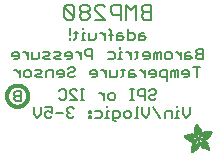
<source format=gbr>
G04 EAGLE Gerber RS-274X export*
G75*
%MOMM*%
%FSLAX34Y34*%
%LPD*%
%INSilkscreen Bottom*%
%IPPOS*%
%AMOC8*
5,1,8,0,0,1.08239X$1,22.5*%
G01*
%ADD10C,0.127000*%
%ADD11C,0.177800*%
%ADD12R,0.034300X0.003800*%
%ADD13R,0.057200X0.003800*%
%ADD14R,0.076200X0.003800*%
%ADD15R,0.091400X0.003800*%
%ADD16R,0.102900X0.003800*%
%ADD17R,0.114300X0.003900*%
%ADD18R,0.129500X0.003800*%
%ADD19R,0.137200X0.003800*%
%ADD20R,0.144800X0.003800*%
%ADD21R,0.152400X0.003800*%
%ADD22R,0.160000X0.003800*%
%ADD23R,0.171500X0.003800*%
%ADD24R,0.175300X0.003800*%
%ADD25R,0.182900X0.003800*%
%ADD26R,0.190500X0.003800*%
%ADD27R,0.194300X0.003900*%
%ADD28R,0.201900X0.003800*%
%ADD29R,0.209500X0.003800*%
%ADD30R,0.213400X0.003800*%
%ADD31R,0.221000X0.003800*%
%ADD32R,0.224800X0.003800*%
%ADD33R,0.232400X0.003800*%
%ADD34R,0.240000X0.003800*%
%ADD35R,0.243800X0.003800*%
%ADD36R,0.247600X0.003800*%
%ADD37R,0.255300X0.003900*%
%ADD38R,0.259100X0.003800*%
%ADD39R,0.262900X0.003800*%
%ADD40R,0.270500X0.003800*%
%ADD41R,0.274300X0.003800*%
%ADD42R,0.281900X0.003800*%
%ADD43R,0.285700X0.003800*%
%ADD44R,0.289500X0.003800*%
%ADD45R,0.297200X0.003800*%
%ADD46R,0.301000X0.003800*%
%ADD47R,0.304800X0.003900*%
%ADD48R,0.312400X0.003800*%
%ADD49R,0.316200X0.003800*%
%ADD50R,0.320000X0.003800*%
%ADD51R,0.327600X0.003800*%
%ADD52R,0.331500X0.003800*%
%ADD53R,0.339100X0.003800*%
%ADD54R,0.342900X0.003800*%
%ADD55R,0.346700X0.003800*%
%ADD56R,0.354300X0.003800*%
%ADD57R,0.358100X0.003900*%
%ADD58R,0.361900X0.003800*%
%ADD59R,0.369600X0.003800*%
%ADD60R,0.373400X0.003800*%
%ADD61R,0.377200X0.003800*%
%ADD62R,0.384800X0.003800*%
%ADD63R,0.388600X0.003800*%
%ADD64R,0.396200X0.003800*%
%ADD65R,0.400000X0.003800*%
%ADD66R,0.403800X0.003800*%
%ADD67R,0.411500X0.003900*%
%ADD68R,0.415300X0.003800*%
%ADD69R,0.419100X0.003800*%
%ADD70R,0.045700X0.003800*%
%ADD71R,0.426700X0.003800*%
%ADD72R,0.072400X0.003800*%
%ADD73R,0.430500X0.003800*%
%ADD74R,0.095300X0.003800*%
%ADD75R,0.438100X0.003800*%
%ADD76R,0.110500X0.003800*%
%ADD77R,0.441900X0.003800*%
%ADD78R,0.445800X0.003800*%
%ADD79R,0.144700X0.003800*%
%ADD80R,0.453400X0.003800*%
%ADD81R,0.457200X0.003800*%
%ADD82R,0.175300X0.003900*%
%ADD83R,0.461000X0.003900*%
%ADD84R,0.468600X0.003800*%
%ADD85R,0.205800X0.003800*%
%ADD86R,0.472400X0.003800*%
%ADD87R,0.217200X0.003800*%
%ADD88R,0.476200X0.003800*%
%ADD89R,0.483900X0.003800*%
%ADD90R,0.247700X0.003800*%
%ADD91R,0.487700X0.003800*%
%ADD92R,0.495300X0.003800*%
%ADD93R,0.499100X0.003800*%
%ADD94R,0.502900X0.003800*%
%ADD95R,0.510500X0.003800*%
%ADD96R,0.308600X0.003900*%
%ADD97R,0.514300X0.003900*%
%ADD98R,0.323800X0.003800*%
%ADD99R,0.518100X0.003800*%
%ADD100R,0.335300X0.003800*%
%ADD101R,0.525800X0.003800*%
%ADD102R,0.529600X0.003800*%
%ADD103R,0.358100X0.003800*%
%ADD104R,0.533400X0.003800*%
%ADD105R,0.537200X0.003800*%
%ADD106R,0.381000X0.003800*%
%ADD107R,0.544800X0.003800*%
%ADD108R,0.392400X0.003800*%
%ADD109R,0.548600X0.003800*%
%ADD110R,0.552400X0.003800*%
%ADD111R,0.556200X0.003800*%
%ADD112R,0.422900X0.003900*%
%ADD113R,0.560100X0.003900*%
%ADD114R,0.434300X0.003800*%
%ADD115R,0.563900X0.003800*%
%ADD116R,0.567700X0.003800*%
%ADD117R,0.461000X0.003800*%
%ADD118R,0.571500X0.003800*%
%ADD119R,0.575300X0.003800*%
%ADD120R,0.480100X0.003800*%
%ADD121R,0.579100X0.003800*%
%ADD122R,0.491500X0.003800*%
%ADD123R,0.582900X0.003800*%
%ADD124R,0.586700X0.003800*%
%ADD125R,0.510600X0.003800*%
%ADD126R,0.590500X0.003800*%
%ADD127R,0.522000X0.003800*%
%ADD128R,0.594300X0.003800*%
%ADD129R,0.533400X0.003900*%
%ADD130R,0.598200X0.003900*%
%ADD131R,0.541000X0.003800*%
%ADD132R,0.602000X0.003800*%
%ADD133R,0.552500X0.003800*%
%ADD134R,0.605800X0.003800*%
%ADD135R,0.560100X0.003800*%
%ADD136R,0.609600X0.003800*%
%ADD137R,0.613400X0.003800*%
%ADD138R,0.583000X0.003800*%
%ADD139R,0.617200X0.003800*%
%ADD140R,0.594400X0.003800*%
%ADD141R,0.621000X0.003800*%
%ADD142R,0.598200X0.003800*%
%ADD143R,0.624800X0.003800*%
%ADD144R,0.613500X0.003900*%
%ADD145R,0.628600X0.003900*%
%ADD146R,0.632400X0.003800*%
%ADD147R,0.628600X0.003800*%
%ADD148R,0.636300X0.003800*%
%ADD149R,0.640100X0.003800*%
%ADD150R,0.636200X0.003800*%
%ADD151R,0.643900X0.003800*%
%ADD152R,0.647700X0.003800*%
%ADD153R,0.651500X0.003800*%
%ADD154R,0.659100X0.003800*%
%ADD155R,0.659100X0.003900*%
%ADD156R,0.655300X0.003900*%
%ADD157R,0.662900X0.003800*%
%ADD158R,0.655300X0.003800*%
%ADD159R,0.670500X0.003800*%
%ADD160R,0.670600X0.003800*%
%ADD161R,0.674400X0.003800*%
%ADD162R,0.682000X0.003800*%
%ADD163R,0.666700X0.003800*%
%ADD164R,0.685800X0.003800*%
%ADD165R,0.689600X0.003800*%
%ADD166R,0.693400X0.003900*%
%ADD167R,0.674400X0.003900*%
%ADD168R,0.697200X0.003800*%
%ADD169R,0.678200X0.003800*%
%ADD170R,0.697300X0.003800*%
%ADD171R,0.701100X0.003800*%
%ADD172R,0.704900X0.003800*%
%ADD173R,0.708700X0.003800*%
%ADD174R,0.712500X0.003800*%
%ADD175R,0.716300X0.003800*%
%ADD176R,0.720100X0.003900*%
%ADD177R,0.689600X0.003900*%
%ADD178R,0.720000X0.003800*%
%ADD179R,0.693400X0.003800*%
%ADD180R,0.723900X0.003800*%
%ADD181R,0.727700X0.003800*%
%ADD182R,0.731500X0.003800*%
%ADD183R,0.701000X0.003800*%
%ADD184R,0.735300X0.003800*%
%ADD185R,0.731500X0.003900*%
%ADD186R,0.701000X0.003900*%
%ADD187R,0.704800X0.003800*%
%ADD188R,0.739100X0.003800*%
%ADD189R,0.743000X0.003800*%
%ADD190R,0.739200X0.003800*%
%ADD191R,0.743000X0.003900*%
%ADD192R,0.704800X0.003900*%
%ADD193R,0.746800X0.003800*%
%ADD194R,0.746800X0.003900*%
%ADD195R,0.742900X0.003800*%
%ADD196R,0.746700X0.003800*%
%ADD197R,0.746700X0.003900*%
%ADD198R,1.428800X0.003800*%
%ADD199R,1.424900X0.003800*%
%ADD200R,1.421100X0.003900*%
%ADD201R,1.421100X0.003800*%
%ADD202R,1.417300X0.003800*%
%ADD203R,1.413500X0.003800*%
%ADD204R,1.409700X0.003800*%
%ADD205R,1.405900X0.003800*%
%ADD206R,1.402100X0.003800*%
%ADD207R,1.398300X0.003800*%
%ADD208R,0.983000X0.003900*%
%ADD209R,0.384800X0.003900*%
%ADD210R,0.971600X0.003800*%
%ADD211R,0.963900X0.003800*%
%ADD212R,0.956300X0.003800*%
%ADD213R,0.365800X0.003800*%
%ADD214R,0.952500X0.003800*%
%ADD215R,0.941000X0.003800*%
%ADD216R,0.358200X0.003800*%
%ADD217R,0.937200X0.003800*%
%ADD218R,0.933400X0.003800*%
%ADD219R,0.354400X0.003800*%
%ADD220R,0.925800X0.003800*%
%ADD221R,0.350500X0.003800*%
%ADD222R,0.922000X0.003800*%
%ADD223R,0.918200X0.003900*%
%ADD224R,0.346700X0.003900*%
%ADD225R,0.910600X0.003800*%
%ADD226R,0.906800X0.003800*%
%ADD227R,0.903000X0.003800*%
%ADD228R,0.339000X0.003800*%
%ADD229R,0.895300X0.003800*%
%ADD230R,0.335200X0.003800*%
%ADD231R,0.887700X0.003800*%
%ADD232R,0.883900X0.003800*%
%ADD233R,0.331400X0.003800*%
%ADD234R,0.880100X0.003800*%
%ADD235R,0.876300X0.003800*%
%ADD236R,0.468600X0.003900*%
%ADD237R,0.396200X0.003900*%
%ADD238R,0.323800X0.003900*%
%ADD239R,0.449600X0.003800*%
%ADD240R,0.323900X0.003800*%
%ADD241R,0.442000X0.003800*%
%ADD242R,0.434400X0.003800*%
%ADD243R,0.320100X0.003800*%
%ADD244R,0.316300X0.003800*%
%ADD245R,0.426800X0.003800*%
%ADD246R,0.327700X0.003800*%
%ADD247R,0.312500X0.003800*%
%ADD248R,0.422900X0.003800*%
%ADD249R,0.308600X0.003800*%
%ADD250R,0.293400X0.003800*%
%ADD251R,0.304800X0.003800*%
%ADD252R,0.419100X0.003900*%
%ADD253R,0.285700X0.003900*%
%ADD254R,0.301000X0.003900*%
%ADD255R,0.411500X0.003800*%
%ADD256R,0.407700X0.003800*%
%ADD257R,0.289600X0.003800*%
%ADD258R,0.285800X0.003800*%
%ADD259R,0.403900X0.003800*%
%ADD260R,0.228600X0.003800*%
%ADD261R,0.403900X0.003900*%
%ADD262R,0.221000X0.003900*%
%ADD263R,0.278100X0.003900*%
%ADD264R,0.400100X0.003800*%
%ADD265R,0.209600X0.003800*%
%ADD266R,0.266700X0.003800*%
%ADD267R,0.038100X0.003800*%
%ADD268R,0.194300X0.003800*%
%ADD269R,0.148600X0.003800*%
%ADD270R,0.259000X0.003800*%
%ADD271R,0.182800X0.003800*%
%ADD272R,0.186700X0.003800*%
%ADD273R,0.251400X0.003800*%
%ADD274R,0.179100X0.003800*%
%ADD275R,0.236200X0.003800*%
%ADD276R,0.243900X0.003900*%
%ADD277R,0.282000X0.003900*%
%ADD278R,0.167700X0.003800*%
%ADD279R,0.236300X0.003800*%
%ADD280R,0.396300X0.003800*%
%ADD281R,0.163900X0.003800*%
%ADD282R,0.392500X0.003800*%
%ADD283R,0.160100X0.003800*%
%ADD284R,0.586800X0.003800*%
%ADD285R,0.148500X0.003800*%
%ADD286R,0.140900X0.003800*%
%ADD287R,0.392400X0.003900*%
%ADD288R,0.140900X0.003900*%
%ADD289R,0.647700X0.003900*%
%ADD290R,0.133300X0.003800*%
%ADD291R,0.674300X0.003800*%
%ADD292R,0.388700X0.003800*%
%ADD293R,0.125700X0.003800*%
%ADD294R,0.121900X0.003800*%
%ADD295R,0.720100X0.003800*%
%ADD296R,0.118100X0.003800*%
%ADD297R,0.118100X0.003900*%
%ADD298R,0.739100X0.003900*%
%ADD299R,0.114300X0.003800*%
%ADD300R,0.754400X0.003800*%
%ADD301R,0.765800X0.003800*%
%ADD302R,0.773400X0.003800*%
%ADD303R,0.784800X0.003800*%
%ADD304R,0.118200X0.003800*%
%ADD305R,0.792500X0.003800*%
%ADD306R,0.803900X0.003800*%
%ADD307R,0.122000X0.003800*%
%ADD308R,0.815400X0.003800*%
%ADD309R,0.125800X0.003800*%
%ADD310R,0.826800X0.003800*%
%ADD311R,0.369500X0.003900*%
%ADD312R,0.133400X0.003900*%
%ADD313R,0.842000X0.003900*%
%ADD314R,0.365700X0.003800*%
%ADD315R,1.009700X0.003800*%
%ADD316R,1.013500X0.003800*%
%ADD317R,0.362000X0.003800*%
%ADD318R,1.024900X0.003800*%
%ADD319R,1.028700X0.003800*%
%ADD320R,1.036300X0.003800*%
%ADD321R,1.047800X0.003800*%
%ADD322R,1.055400X0.003800*%
%ADD323R,1.070600X0.003800*%
%ADD324R,0.030500X0.003800*%
%ADD325R,1.436400X0.003800*%
%ADD326R,1.562100X0.003900*%
%ADD327R,1.588700X0.003800*%
%ADD328R,1.607800X0.003800*%
%ADD329R,1.626900X0.003800*%
%ADD330R,1.642100X0.003800*%
%ADD331R,1.657400X0.003800*%
%ADD332R,1.676400X0.003800*%
%ADD333R,1.687800X0.003800*%
%ADD334R,1.703000X0.003800*%
%ADD335R,1.714500X0.003800*%
%ADD336R,1.726000X0.003900*%
%ADD337R,1.741200X0.003800*%
%ADD338R,0.914400X0.003800*%
%ADD339R,0.769600X0.003800*%
%ADD340R,0.884000X0.003800*%
%ADD341R,0.712400X0.003800*%
%ADD342R,0.880100X0.003900*%
%ADD343R,0.887800X0.003800*%
%ADD344R,0.891600X0.003800*%
%ADD345R,0.895400X0.003800*%
%ADD346R,0.251500X0.003800*%
%ADD347R,0.579200X0.003900*%
%ADD348R,0.243900X0.003800*%
%ADD349R,0.556300X0.003800*%
%ADD350R,0.255200X0.003800*%
%ADD351R,0.529500X0.003800*%
%ADD352R,0.731600X0.003800*%
%ADD353R,0.525800X0.003900*%
%ADD354R,0.281900X0.003900*%
%ADD355R,0.735400X0.003900*%
%ADD356R,0.300900X0.003800*%
%ADD357R,0.762000X0.003800*%
%ADD358R,0.518200X0.003800*%
%ADD359R,0.350600X0.003800*%
%ADD360R,0.796300X0.003800*%
%ADD361R,0.807800X0.003800*%
%ADD362R,0.506700X0.003800*%
%ADD363R,0.849600X0.003800*%
%ADD364R,0.506700X0.003900*%
%ADD365R,1.371600X0.003900*%
%ADD366R,1.207800X0.003800*%
%ADD367R,0.503000X0.003800*%
%ADD368R,0.141000X0.003800*%
%ADD369R,1.203900X0.003800*%
%ADD370R,1.204000X0.003800*%
%ADD371R,1.200200X0.003800*%
%ADD372R,0.499100X0.003900*%
%ADD373R,0.156200X0.003900*%
%ADD374R,1.196400X0.003900*%
%ADD375R,1.196400X0.003800*%
%ADD376R,0.163800X0.003800*%
%ADD377R,0.167600X0.003800*%
%ADD378R,1.192500X0.003800*%
%ADD379R,0.499200X0.003800*%
%ADD380R,1.188700X0.003800*%
%ADD381R,0.506800X0.003800*%
%ADD382R,1.184900X0.003800*%
%ADD383R,0.510600X0.003900*%
%ADD384R,0.209600X0.003900*%
%ADD385R,1.181100X0.003900*%
%ADD386R,0.514400X0.003800*%
%ADD387R,1.181100X0.003800*%
%ADD388R,1.177300X0.003800*%
%ADD389R,0.240100X0.003800*%
%ADD390R,1.173500X0.003800*%
%ADD391R,1.169700X0.003800*%
%ADD392R,1.165900X0.003800*%
%ADD393R,1.162100X0.003800*%
%ADD394R,0.929700X0.003900*%
%ADD395R,1.162100X0.003900*%
%ADD396R,0.929700X0.003800*%
%ADD397R,1.154500X0.003800*%
%ADD398R,0.933500X0.003800*%
%ADD399R,1.150600X0.003800*%
%ADD400R,0.937300X0.003800*%
%ADD401R,1.146800X0.003800*%
%ADD402R,0.941100X0.003800*%
%ADD403R,1.139200X0.003800*%
%ADD404R,0.944900X0.003800*%
%ADD405R,1.135400X0.003800*%
%ADD406R,0.948700X0.003800*%
%ADD407R,1.127800X0.003800*%
%ADD408R,1.124000X0.003800*%
%ADD409R,1.116400X0.003800*%
%ADD410R,0.956300X0.003900*%
%ADD411R,1.104900X0.003900*%
%ADD412R,0.960100X0.003800*%
%ADD413R,1.093500X0.003800*%
%ADD414R,1.085900X0.003800*%
%ADD415R,0.967800X0.003800*%
%ADD416R,1.074500X0.003800*%
%ADD417R,1.063000X0.003800*%
%ADD418R,0.975400X0.003800*%
%ADD419R,1.036400X0.003800*%
%ADD420R,0.979200X0.003800*%
%ADD421R,1.021000X0.003800*%
%ADD422R,0.983000X0.003800*%
%ADD423R,1.009600X0.003800*%
%ADD424R,0.986800X0.003800*%
%ADD425R,0.998200X0.003800*%
%ADD426R,0.990600X0.003900*%
%ADD427R,0.986700X0.003900*%
%ADD428R,0.994400X0.003800*%
%ADD429R,0.975300X0.003800*%
%ADD430R,0.948600X0.003800*%
%ADD431R,1.002000X0.003800*%
%ADD432R,0.213300X0.003800*%
%ADD433R,0.217100X0.003800*%
%ADD434R,1.017300X0.003800*%
%ADD435R,0.666800X0.003800*%
%ADD436R,0.220900X0.003800*%
%ADD437R,1.028700X0.003900*%
%ADD438R,0.224700X0.003900*%
%ADD439R,1.032500X0.003800*%
%ADD440R,1.040100X0.003800*%
%ADD441R,1.043900X0.003800*%
%ADD442R,0.548700X0.003800*%
%ADD443R,1.051500X0.003800*%
%ADD444R,1.055300X0.003800*%
%ADD445R,1.059100X0.003800*%
%ADD446R,1.062900X0.003800*%
%ADD447R,0.255300X0.003800*%
%ADD448R,1.066800X0.003900*%
%ADD449R,0.259100X0.003900*%
%ADD450R,0.457200X0.003900*%
%ADD451R,0.423000X0.003800*%
%ADD452R,1.082100X0.003800*%
%ADD453R,0.274400X0.003800*%
%ADD454R,0.278200X0.003800*%
%ADD455R,1.101100X0.003800*%
%ADD456R,0.278100X0.003800*%
%ADD457R,0.876300X0.003900*%
%ADD458R,0.236200X0.003900*%
%ADD459R,0.289600X0.003900*%
%ADD460R,0.247700X0.003900*%
%ADD461R,0.049500X0.003800*%
%ADD462R,0.640100X0.003900*%
%ADD463R,0.659200X0.003800*%
%ADD464R,0.663000X0.003800*%
%ADD465R,0.872500X0.003900*%
%ADD466R,0.666800X0.003900*%
%ADD467R,0.872500X0.003800*%
%ADD468R,0.868700X0.003800*%
%ADD469R,0.864900X0.003800*%
%ADD470R,0.861100X0.003800*%
%ADD471R,0.857300X0.003800*%
%ADD472R,0.853400X0.003800*%
%ADD473R,0.845800X0.003800*%
%ADD474R,0.682000X0.003900*%
%ADD475R,0.842000X0.003800*%
%ADD476R,0.834400X0.003800*%
%ADD477R,0.823000X0.003800*%
%ADD478R,0.815300X0.003800*%
%ADD479R,0.811500X0.003800*%
%ADD480R,0.788700X0.003800*%
%ADD481R,0.777300X0.003900*%
%ADD482R,0.750600X0.003800*%
%ADD483R,0.735400X0.003800*%
%ADD484R,0.727800X0.003800*%
%ADD485R,0.628700X0.003800*%
%ADD486R,0.575400X0.003800*%
%ADD487R,0.670600X0.003900*%
%ADD488R,0.655400X0.003800*%
%ADD489R,0.651500X0.003900*%
%ADD490R,0.624800X0.003900*%
%ADD491R,0.594400X0.003900*%
%ADD492R,0.563900X0.003900*%
%ADD493R,0.541100X0.003800*%
%ADD494R,0.537300X0.003800*%
%ADD495R,0.525700X0.003800*%
%ADD496R,0.525700X0.003900*%
%ADD497R,0.514300X0.003800*%
%ADD498R,0.480100X0.003900*%
%ADD499R,0.464800X0.003800*%
%ADD500R,0.442000X0.003900*%
%ADD501R,0.438200X0.003800*%
%ADD502R,0.430600X0.003800*%
%ADD503R,0.407600X0.003800*%
%ADD504R,0.403800X0.003900*%
%ADD505R,0.365700X0.003900*%
%ADD506R,0.327700X0.003900*%
%ADD507R,0.243800X0.003900*%
%ADD508R,0.205800X0.003900*%
%ADD509R,0.198100X0.003800*%
%ADD510R,0.163800X0.003900*%
%ADD511R,0.137100X0.003800*%
%ADD512R,0.091500X0.003900*%
%ADD513R,0.060900X0.003800*%
%ADD514C,0.304800*%
%ADD515C,0.203200*%


D10*
X169633Y139065D02*
X169633Y147963D01*
X165184Y147963D01*
X163701Y146480D01*
X163701Y144997D01*
X165184Y143514D01*
X163701Y142031D01*
X163701Y140548D01*
X165184Y139065D01*
X169633Y139065D01*
X169633Y143514D02*
X165184Y143514D01*
X158794Y144997D02*
X155829Y144997D01*
X154346Y143514D01*
X154346Y139065D01*
X158794Y139065D01*
X160277Y140548D01*
X158794Y142031D01*
X154346Y142031D01*
X150922Y139065D02*
X150922Y144997D01*
X150922Y142031D02*
X147956Y144997D01*
X146473Y144997D01*
X141643Y139065D02*
X138677Y139065D01*
X137195Y140548D01*
X137195Y143514D01*
X138677Y144997D01*
X141643Y144997D01*
X143126Y143514D01*
X143126Y140548D01*
X141643Y139065D01*
X133771Y139065D02*
X133771Y144997D01*
X132288Y144997D01*
X130805Y143514D01*
X130805Y139065D01*
X130805Y143514D02*
X129322Y144997D01*
X127839Y143514D01*
X127839Y139065D01*
X122933Y139065D02*
X119967Y139065D01*
X122933Y139065D02*
X124416Y140548D01*
X124416Y143514D01*
X122933Y144997D01*
X119967Y144997D01*
X118484Y143514D01*
X118484Y142031D01*
X124416Y142031D01*
X113578Y140548D02*
X113578Y146480D01*
X113578Y140548D02*
X112095Y139065D01*
X112095Y144997D02*
X115061Y144997D01*
X108824Y144997D02*
X108824Y139065D01*
X108824Y142031D02*
X105858Y144997D01*
X104375Y144997D01*
X101028Y144997D02*
X99545Y144997D01*
X99545Y139065D01*
X101028Y139065D02*
X98062Y139065D01*
X99545Y147963D02*
X99545Y149446D01*
X93308Y144997D02*
X88859Y144997D01*
X93308Y144997D02*
X94791Y143514D01*
X94791Y140548D01*
X93308Y139065D01*
X88859Y139065D01*
X76081Y139065D02*
X76081Y147963D01*
X71632Y147963D01*
X70149Y146480D01*
X70149Y143514D01*
X71632Y142031D01*
X76081Y142031D01*
X66726Y139065D02*
X66726Y144997D01*
X66726Y142031D02*
X63760Y144997D01*
X62277Y144997D01*
X57447Y139065D02*
X54481Y139065D01*
X57447Y139065D02*
X58930Y140548D01*
X58930Y143514D01*
X57447Y144997D01*
X54481Y144997D01*
X52998Y143514D01*
X52998Y142031D01*
X58930Y142031D01*
X49574Y139065D02*
X45126Y139065D01*
X43643Y140548D01*
X45126Y142031D01*
X48092Y142031D01*
X49574Y143514D01*
X48092Y144997D01*
X43643Y144997D01*
X40219Y139065D02*
X35770Y139065D01*
X34288Y140548D01*
X35770Y142031D01*
X38736Y142031D01*
X40219Y143514D01*
X38736Y144997D01*
X34288Y144997D01*
X30864Y144997D02*
X30864Y140548D01*
X29381Y139065D01*
X24932Y139065D01*
X24932Y144997D01*
X21509Y144997D02*
X21509Y139065D01*
X21509Y142031D02*
X18543Y144997D01*
X17060Y144997D01*
X12230Y139065D02*
X9264Y139065D01*
X12230Y139065D02*
X13713Y140548D01*
X13713Y143514D01*
X12230Y144997D01*
X9264Y144997D01*
X7781Y143514D01*
X7781Y142031D01*
X13713Y142031D01*
X164328Y132723D02*
X164328Y123825D01*
X167294Y132723D02*
X161362Y132723D01*
X156456Y123825D02*
X153490Y123825D01*
X156456Y123825D02*
X157939Y125308D01*
X157939Y128274D01*
X156456Y129757D01*
X153490Y129757D01*
X152007Y128274D01*
X152007Y126791D01*
X157939Y126791D01*
X148583Y123825D02*
X148583Y129757D01*
X147100Y129757D01*
X145618Y128274D01*
X145618Y123825D01*
X145618Y128274D02*
X144135Y129757D01*
X142652Y128274D01*
X142652Y123825D01*
X139228Y120859D02*
X139228Y129757D01*
X134779Y129757D01*
X133296Y128274D01*
X133296Y125308D01*
X134779Y123825D01*
X139228Y123825D01*
X128390Y123825D02*
X125424Y123825D01*
X128390Y123825D02*
X129873Y125308D01*
X129873Y128274D01*
X128390Y129757D01*
X125424Y129757D01*
X123941Y128274D01*
X123941Y126791D01*
X129873Y126791D01*
X120518Y123825D02*
X120518Y129757D01*
X120518Y126791D02*
X117552Y129757D01*
X116069Y129757D01*
X111239Y129757D02*
X108273Y129757D01*
X106790Y128274D01*
X106790Y123825D01*
X111239Y123825D01*
X112722Y125308D01*
X111239Y126791D01*
X106790Y126791D01*
X101884Y125308D02*
X101884Y131240D01*
X101884Y125308D02*
X100401Y123825D01*
X100401Y129757D02*
X103367Y129757D01*
X97130Y129757D02*
X97130Y125308D01*
X95647Y123825D01*
X91198Y123825D01*
X91198Y129757D01*
X87775Y129757D02*
X87775Y123825D01*
X87775Y126791D02*
X84809Y129757D01*
X83326Y129757D01*
X78496Y123825D02*
X75530Y123825D01*
X78496Y123825D02*
X79979Y125308D01*
X79979Y128274D01*
X78496Y129757D01*
X75530Y129757D01*
X74047Y128274D01*
X74047Y126791D01*
X79979Y126791D01*
X56820Y132723D02*
X55337Y131240D01*
X56820Y132723D02*
X59785Y132723D01*
X61268Y131240D01*
X61268Y129757D01*
X59785Y128274D01*
X56820Y128274D01*
X55337Y126791D01*
X55337Y125308D01*
X56820Y123825D01*
X59785Y123825D01*
X61268Y125308D01*
X50430Y123825D02*
X47464Y123825D01*
X50430Y123825D02*
X51913Y125308D01*
X51913Y128274D01*
X50430Y129757D01*
X47464Y129757D01*
X45981Y128274D01*
X45981Y126791D01*
X51913Y126791D01*
X42558Y123825D02*
X42558Y129757D01*
X38109Y129757D01*
X36626Y128274D01*
X36626Y123825D01*
X33203Y123825D02*
X28754Y123825D01*
X27271Y125308D01*
X28754Y126791D01*
X31720Y126791D01*
X33203Y128274D01*
X31720Y129757D01*
X27271Y129757D01*
X22365Y123825D02*
X19399Y123825D01*
X17916Y125308D01*
X17916Y128274D01*
X19399Y129757D01*
X22365Y129757D01*
X23848Y128274D01*
X23848Y125308D01*
X22365Y123825D01*
X14492Y123825D02*
X14492Y129757D01*
X11527Y129757D02*
X14492Y126791D01*
X11527Y129757D02*
X10044Y129757D01*
X158630Y98433D02*
X158630Y92501D01*
X155664Y89535D01*
X152698Y92501D01*
X152698Y98433D01*
X149275Y95467D02*
X147792Y95467D01*
X147792Y89535D01*
X149275Y89535D02*
X146309Y89535D01*
X147792Y98433D02*
X147792Y99916D01*
X143038Y95467D02*
X143038Y89535D01*
X143038Y95467D02*
X138589Y95467D01*
X137106Y93984D01*
X137106Y89535D01*
X133683Y89535D02*
X127751Y98433D01*
X124328Y98433D02*
X124328Y92501D01*
X121362Y89535D01*
X118396Y92501D01*
X118396Y98433D01*
X114973Y98433D02*
X113490Y98433D01*
X113490Y89535D01*
X114973Y89535D02*
X112007Y89535D01*
X107253Y89535D02*
X104287Y89535D01*
X102804Y91018D01*
X102804Y93984D01*
X104287Y95467D01*
X107253Y95467D01*
X108736Y93984D01*
X108736Y91018D01*
X107253Y89535D01*
X96415Y86569D02*
X94932Y86569D01*
X93449Y88052D01*
X93449Y95467D01*
X97898Y95467D01*
X99381Y93984D01*
X99381Y91018D01*
X97898Y89535D01*
X93449Y89535D01*
X90025Y95467D02*
X88543Y95467D01*
X88543Y89535D01*
X90025Y89535D02*
X87060Y89535D01*
X88543Y98433D02*
X88543Y99916D01*
X82306Y95467D02*
X77857Y95467D01*
X82306Y95467D02*
X83789Y93984D01*
X83789Y91018D01*
X82306Y89535D01*
X77857Y89535D01*
X74434Y95467D02*
X72951Y95467D01*
X72951Y93984D01*
X74434Y93984D01*
X74434Y95467D01*
X74434Y91018D02*
X72951Y91018D01*
X72951Y89535D01*
X74434Y89535D01*
X74434Y91018D01*
X60401Y96950D02*
X58918Y98433D01*
X55952Y98433D01*
X54469Y96950D01*
X54469Y95467D01*
X55952Y93984D01*
X57435Y93984D01*
X55952Y93984D02*
X54469Y92501D01*
X54469Y91018D01*
X55952Y89535D01*
X58918Y89535D01*
X60401Y91018D01*
X51046Y93984D02*
X45114Y93984D01*
X41690Y98433D02*
X35759Y98433D01*
X41690Y98433D02*
X41690Y93984D01*
X38725Y95467D01*
X37242Y95467D01*
X35759Y93984D01*
X35759Y91018D01*
X37242Y89535D01*
X40207Y89535D01*
X41690Y91018D01*
X32335Y92501D02*
X32335Y98433D01*
X32335Y92501D02*
X29369Y89535D01*
X26403Y92501D01*
X26403Y98433D01*
X116836Y161507D02*
X119802Y161507D01*
X116836Y161507D02*
X115353Y160024D01*
X115353Y155575D01*
X119802Y155575D01*
X121285Y157058D01*
X119802Y158541D01*
X115353Y158541D01*
X105998Y155575D02*
X105998Y164473D01*
X105998Y155575D02*
X110447Y155575D01*
X111930Y157058D01*
X111930Y160024D01*
X110447Y161507D01*
X105998Y161507D01*
X101092Y161507D02*
X98126Y161507D01*
X96643Y160024D01*
X96643Y155575D01*
X101092Y155575D01*
X102575Y157058D01*
X101092Y158541D01*
X96643Y158541D01*
X91737Y155575D02*
X91737Y162990D01*
X90254Y164473D01*
X90254Y160024D02*
X93219Y160024D01*
X86983Y161507D02*
X86983Y155575D01*
X86983Y158541D02*
X84017Y161507D01*
X82534Y161507D01*
X79187Y161507D02*
X79187Y157058D01*
X77704Y155575D01*
X73255Y155575D01*
X73255Y161507D01*
X69832Y161507D02*
X68349Y161507D01*
X68349Y155575D01*
X69832Y155575D02*
X66866Y155575D01*
X68349Y164473D02*
X68349Y165956D01*
X62112Y162990D02*
X62112Y157058D01*
X60629Y155575D01*
X60629Y161507D02*
X63595Y161507D01*
X57358Y157058D02*
X57358Y155575D01*
X57358Y160024D02*
X57358Y165956D01*
X123941Y112190D02*
X125424Y113673D01*
X128390Y113673D01*
X129873Y112190D01*
X129873Y110707D01*
X128390Y109224D01*
X125424Y109224D01*
X123941Y107741D01*
X123941Y106258D01*
X125424Y104775D01*
X128390Y104775D01*
X129873Y106258D01*
X120518Y104775D02*
X120518Y113673D01*
X116069Y113673D01*
X114586Y112190D01*
X114586Y109224D01*
X116069Y107741D01*
X120518Y107741D01*
X111163Y104775D02*
X108197Y104775D01*
X109680Y104775D02*
X109680Y113673D01*
X111163Y113673D02*
X108197Y113673D01*
X94088Y104775D02*
X91122Y104775D01*
X89639Y106258D01*
X89639Y109224D01*
X91122Y110707D01*
X94088Y110707D01*
X95571Y109224D01*
X95571Y106258D01*
X94088Y104775D01*
X86215Y104775D02*
X86215Y110707D01*
X83250Y110707D02*
X86215Y107741D01*
X83250Y110707D02*
X81767Y110707D01*
X69064Y104775D02*
X66098Y104775D01*
X67581Y104775D02*
X67581Y113673D01*
X69064Y113673D02*
X66098Y113673D01*
X62828Y104775D02*
X56896Y104775D01*
X62828Y104775D02*
X56896Y110707D01*
X56896Y112190D01*
X58379Y113673D01*
X61345Y113673D01*
X62828Y112190D01*
X49024Y113673D02*
X47541Y112190D01*
X49024Y113673D02*
X51989Y113673D01*
X53472Y112190D01*
X53472Y106258D01*
X51989Y104775D01*
X49024Y104775D01*
X47541Y106258D01*
D11*
X126033Y172847D02*
X126033Y185304D01*
X119805Y185304D01*
X117728Y183228D01*
X117728Y181151D01*
X119805Y179075D01*
X117728Y176999D01*
X117728Y174923D01*
X119805Y172847D01*
X126033Y172847D01*
X126033Y179075D02*
X119805Y179075D01*
X112936Y172847D02*
X112936Y185304D01*
X108783Y181151D01*
X104631Y185304D01*
X104631Y172847D01*
X99838Y172847D02*
X99838Y185304D01*
X93610Y185304D01*
X91534Y183228D01*
X91534Y179075D01*
X93610Y176999D01*
X99838Y176999D01*
X86741Y172847D02*
X78437Y172847D01*
X86741Y172847D02*
X78437Y181151D01*
X78437Y183228D01*
X80513Y185304D01*
X84665Y185304D01*
X86741Y183228D01*
X73644Y183228D02*
X71568Y185304D01*
X67416Y185304D01*
X65339Y183228D01*
X65339Y181151D01*
X67416Y179075D01*
X65339Y176999D01*
X65339Y174923D01*
X67416Y172847D01*
X71568Y172847D01*
X73644Y174923D01*
X73644Y176999D01*
X71568Y179075D01*
X73644Y181151D01*
X73644Y183228D01*
X71568Y179075D02*
X67416Y179075D01*
X60547Y174923D02*
X60547Y183228D01*
X58470Y185304D01*
X54318Y185304D01*
X52242Y183228D01*
X52242Y174923D01*
X54318Y172847D01*
X58470Y172847D01*
X60547Y174923D01*
X52242Y183228D01*
D12*
X160732Y59690D03*
D13*
X160731Y59728D03*
D14*
X160750Y59766D03*
D15*
X160750Y59804D03*
D16*
X160732Y59842D03*
D17*
X160751Y59881D03*
D18*
X160751Y59919D03*
D19*
X160750Y59957D03*
D20*
X160750Y59995D03*
D21*
X160788Y60033D03*
D22*
X160788Y60071D03*
D23*
X160808Y60109D03*
D24*
X160827Y60147D03*
D25*
X160827Y60185D03*
D26*
X160865Y60223D03*
D27*
X160884Y60262D03*
D28*
X160884Y60300D03*
D29*
X160922Y60338D03*
D30*
X160941Y60376D03*
D31*
X160979Y60414D03*
D32*
X160998Y60452D03*
D33*
X160998Y60490D03*
D34*
X161036Y60528D03*
D35*
X161055Y60566D03*
D36*
X161074Y60604D03*
D37*
X161113Y60643D03*
D38*
X161132Y60681D03*
D39*
X161151Y60719D03*
D40*
X161189Y60757D03*
D41*
X161208Y60795D03*
D42*
X161246Y60833D03*
D43*
X161265Y60871D03*
D44*
X161284Y60909D03*
D45*
X161322Y60947D03*
D46*
X161341Y60985D03*
D47*
X161360Y61024D03*
D48*
X161398Y61062D03*
D49*
X161417Y61100D03*
D50*
X161436Y61138D03*
D51*
X161474Y61176D03*
D52*
X161494Y61214D03*
D53*
X161532Y61252D03*
D54*
X161551Y61290D03*
D55*
X161570Y61328D03*
D56*
X161608Y61366D03*
D57*
X161627Y61405D03*
D58*
X161646Y61443D03*
D59*
X161684Y61481D03*
D60*
X161703Y61519D03*
D61*
X161722Y61557D03*
D62*
X161760Y61595D03*
D63*
X161779Y61633D03*
D64*
X161817Y61671D03*
D65*
X161836Y61709D03*
D66*
X161855Y61747D03*
D67*
X161894Y61786D03*
D68*
X161913Y61824D03*
D69*
X161932Y61862D03*
D70*
X174695Y61900D03*
D71*
X161970Y61900D03*
D72*
X174676Y61938D03*
D73*
X161989Y61938D03*
D74*
X174638Y61976D03*
D75*
X162027Y61976D03*
D76*
X174600Y62014D03*
D77*
X162046Y62014D03*
D18*
X174581Y62052D03*
D78*
X162065Y62052D03*
D79*
X174543Y62090D03*
D80*
X162103Y62090D03*
D22*
X174504Y62128D03*
D81*
X162122Y62128D03*
D82*
X174467Y62167D03*
D83*
X162141Y62167D03*
D26*
X174429Y62205D03*
D84*
X162179Y62205D03*
D85*
X174390Y62243D03*
D86*
X162198Y62243D03*
D87*
X174333Y62281D03*
D88*
X162217Y62281D03*
D33*
X174295Y62319D03*
D89*
X162256Y62319D03*
D90*
X174257Y62357D03*
D91*
X162275Y62357D03*
D38*
X174200Y62395D03*
D92*
X162313Y62395D03*
D41*
X174162Y62433D03*
D93*
X162332Y62433D03*
D43*
X174105Y62471D03*
D94*
X162351Y62471D03*
D45*
X174047Y62509D03*
D95*
X162389Y62509D03*
D96*
X173990Y62548D03*
D97*
X162408Y62548D03*
D98*
X173952Y62586D03*
D99*
X162427Y62586D03*
D100*
X173895Y62624D03*
D101*
X162465Y62624D03*
D55*
X173838Y62662D03*
D102*
X162484Y62662D03*
D103*
X173781Y62700D03*
D104*
X162503Y62700D03*
D59*
X173723Y62738D03*
D105*
X162522Y62738D03*
D106*
X173666Y62776D03*
D107*
X162560Y62776D03*
D108*
X173609Y62814D03*
D109*
X162579Y62814D03*
D66*
X173552Y62852D03*
D110*
X162598Y62852D03*
D68*
X173495Y62890D03*
D111*
X162617Y62890D03*
D112*
X173419Y62929D03*
D113*
X162637Y62929D03*
D114*
X173362Y62967D03*
D115*
X162656Y62967D03*
D78*
X173304Y63005D03*
D116*
X162675Y63005D03*
D117*
X173228Y63043D03*
D118*
X162694Y63043D03*
D86*
X173171Y63081D03*
D119*
X162713Y63081D03*
D120*
X173095Y63119D03*
D121*
X162732Y63119D03*
D122*
X173038Y63157D03*
D123*
X162751Y63157D03*
D94*
X172981Y63195D03*
D124*
X162770Y63195D03*
D125*
X172904Y63233D03*
D126*
X162789Y63233D03*
D127*
X172847Y63271D03*
D128*
X162808Y63271D03*
D129*
X172790Y63310D03*
D130*
X162827Y63310D03*
D131*
X172714Y63348D03*
D132*
X162846Y63348D03*
D133*
X172657Y63386D03*
D134*
X162865Y63386D03*
D135*
X172619Y63424D03*
D134*
X162865Y63424D03*
D118*
X172562Y63462D03*
D136*
X162884Y63462D03*
D119*
X172505Y63500D03*
D137*
X162903Y63500D03*
D138*
X172466Y63538D03*
D139*
X162922Y63538D03*
D140*
X172409Y63576D03*
D141*
X162941Y63576D03*
D142*
X172352Y63614D03*
D141*
X162941Y63614D03*
D134*
X172314Y63652D03*
D143*
X162960Y63652D03*
D144*
X172276Y63691D03*
D145*
X162979Y63691D03*
D137*
X172237Y63729D03*
D146*
X162998Y63729D03*
D141*
X172199Y63767D03*
D146*
X162998Y63767D03*
D147*
X172161Y63805D03*
D148*
X163018Y63805D03*
D146*
X172104Y63843D03*
D149*
X163037Y63843D03*
D150*
X172085Y63881D03*
D151*
X163056Y63881D03*
X172047Y63919D03*
X163056Y63919D03*
D152*
X171990Y63957D03*
X163075Y63957D03*
D153*
X171971Y63995D03*
X163094Y63995D03*
D154*
X171933Y64033D03*
D153*
X163094Y64033D03*
D155*
X171895Y64072D03*
D156*
X163113Y64072D03*
D157*
X171876Y64110D03*
D158*
X163113Y64110D03*
D159*
X171838Y64148D03*
D154*
X163132Y64148D03*
D160*
X171799Y64186D03*
D157*
X163151Y64186D03*
D161*
X171780Y64224D03*
D157*
X163151Y64224D03*
D162*
X171742Y64262D03*
D163*
X163170Y64262D03*
D162*
X171704Y64300D03*
D163*
X163170Y64300D03*
D164*
X171685Y64338D03*
D159*
X163189Y64338D03*
D165*
X171666Y64376D03*
D159*
X163189Y64376D03*
D165*
X171628Y64414D03*
D161*
X163208Y64414D03*
D166*
X171609Y64453D03*
D167*
X163208Y64453D03*
D168*
X171590Y64491D03*
D169*
X163227Y64491D03*
D170*
X171552Y64529D03*
D169*
X163227Y64529D03*
D171*
X171533Y64567D03*
D169*
X163227Y64567D03*
D172*
X171514Y64605D03*
D162*
X163246Y64605D03*
D172*
X171476Y64643D03*
D162*
X163246Y64643D03*
D173*
X171457Y64681D03*
D164*
X163265Y64681D03*
D174*
X171438Y64719D03*
D164*
X163265Y64719D03*
D174*
X171400Y64757D03*
D164*
X163265Y64757D03*
D175*
X171381Y64795D03*
D165*
X163284Y64795D03*
D176*
X171362Y64834D03*
D177*
X163284Y64834D03*
D178*
X171323Y64872D03*
D179*
X163303Y64872D03*
D180*
X171304Y64910D03*
D179*
X163303Y64910D03*
D180*
X171304Y64948D03*
D179*
X163303Y64948D03*
D180*
X171266Y64986D03*
D179*
X163303Y64986D03*
D181*
X171247Y65024D03*
D168*
X163322Y65024D03*
D182*
X171228Y65062D03*
D168*
X163322Y65062D03*
D181*
X171209Y65100D03*
D168*
X163322Y65100D03*
D182*
X171190Y65138D03*
D183*
X163341Y65138D03*
D184*
X171171Y65176D03*
D183*
X163341Y65176D03*
D185*
X171152Y65215D03*
D186*
X163341Y65215D03*
D184*
X171133Y65253D03*
D183*
X163341Y65253D03*
D184*
X171133Y65291D03*
D187*
X163360Y65291D03*
D184*
X171095Y65329D03*
D183*
X163379Y65329D03*
D188*
X171076Y65367D03*
D183*
X163379Y65367D03*
D188*
X171076Y65405D03*
D183*
X163379Y65405D03*
D188*
X171038Y65443D03*
D183*
X163379Y65443D03*
D188*
X171038Y65481D03*
D183*
X163379Y65481D03*
D189*
X171018Y65519D03*
D187*
X163398Y65519D03*
D190*
X170999Y65557D03*
D187*
X163398Y65557D03*
D191*
X170980Y65596D03*
D192*
X163398Y65596D03*
D189*
X170980Y65634D03*
D187*
X163398Y65634D03*
D189*
X170942Y65672D03*
D187*
X163398Y65672D03*
D189*
X170942Y65710D03*
D187*
X163398Y65710D03*
D189*
X170942Y65748D03*
D187*
X163398Y65748D03*
D189*
X170904Y65786D03*
D183*
X163417Y65786D03*
D189*
X170904Y65824D03*
D183*
X163417Y65824D03*
D193*
X170885Y65862D03*
D183*
X163417Y65862D03*
D189*
X170866Y65900D03*
D183*
X163417Y65900D03*
D189*
X170866Y65938D03*
D183*
X163417Y65938D03*
D194*
X170847Y65977D03*
D186*
X163417Y65977D03*
D195*
X170828Y66015D03*
D183*
X163417Y66015D03*
D195*
X170828Y66053D03*
D168*
X163436Y66053D03*
D196*
X170809Y66091D03*
D168*
X163436Y66091D03*
D195*
X170790Y66129D03*
D168*
X163436Y66129D03*
D195*
X170790Y66167D03*
D168*
X163436Y66167D03*
D195*
X170790Y66205D03*
D168*
X163436Y66205D03*
D196*
X170771Y66243D03*
D179*
X163455Y66243D03*
D195*
X170752Y66281D03*
D179*
X163455Y66281D03*
D195*
X170752Y66319D03*
D179*
X163455Y66319D03*
D197*
X170733Y66358D03*
D166*
X163455Y66358D03*
D195*
X170714Y66396D03*
D165*
X163474Y66396D03*
D195*
X170714Y66434D03*
D165*
X163474Y66434D03*
D196*
X170695Y66472D03*
D165*
X163474Y66472D03*
D195*
X170676Y66510D03*
D165*
X163474Y66510D03*
D195*
X170676Y66548D03*
D164*
X163493Y66548D03*
D195*
X170676Y66586D03*
D164*
X163493Y66586D03*
D198*
X167208Y66624D03*
X167208Y66662D03*
D199*
X167228Y66700D03*
D200*
X167209Y66739D03*
D201*
X167209Y66777D03*
D202*
X167228Y66815D03*
D203*
X167209Y66853D03*
X167209Y66891D03*
D204*
X167228Y66929D03*
D205*
X167209Y66967D03*
X167209Y67005D03*
D206*
X167228Y67043D03*
D207*
X167209Y67081D03*
D208*
X169285Y67120D03*
D209*
X162179Y67120D03*
D210*
X169342Y67158D03*
D61*
X162141Y67158D03*
D211*
X169342Y67196D03*
D60*
X162122Y67196D03*
D212*
X169380Y67234D03*
D213*
X162122Y67234D03*
D214*
X169399Y67272D03*
D213*
X162122Y67272D03*
D215*
X169418Y67310D03*
D216*
X162122Y67310D03*
D217*
X169437Y67348D03*
D216*
X162122Y67348D03*
D218*
X169456Y67386D03*
D219*
X162141Y67386D03*
D220*
X169456Y67424D03*
D221*
X162122Y67424D03*
D222*
X169475Y67462D03*
D55*
X162141Y67462D03*
D223*
X169494Y67501D03*
D224*
X162141Y67501D03*
D225*
X169494Y67539D03*
D54*
X162160Y67539D03*
D226*
X169513Y67577D03*
D54*
X162160Y67577D03*
D227*
X169532Y67615D03*
D228*
X162179Y67615D03*
D229*
X169533Y67653D03*
D228*
X162179Y67653D03*
D229*
X169533Y67691D03*
D230*
X162198Y67691D03*
D231*
X169533Y67729D03*
D230*
X162198Y67729D03*
D232*
X169552Y67767D03*
D233*
X162217Y67767D03*
D234*
X169571Y67805D03*
D51*
X162236Y67805D03*
D235*
X169552Y67843D03*
D51*
X162236Y67843D03*
D236*
X171590Y67882D03*
D237*
X167189Y67882D03*
D238*
X162255Y67882D03*
D239*
X171647Y67920D03*
D59*
X167094Y67920D03*
D240*
X162294Y67920D03*
D241*
X171685Y67958D03*
D103*
X167037Y67958D03*
D240*
X162294Y67958D03*
D242*
X171685Y67996D03*
D55*
X167018Y67996D03*
D243*
X162313Y67996D03*
D242*
X171685Y68034D03*
D100*
X166999Y68034D03*
D244*
X162332Y68034D03*
D245*
X171685Y68072D03*
D246*
X166961Y68072D03*
D247*
X162351Y68072D03*
D245*
X171685Y68110D03*
D244*
X166942Y68110D03*
D247*
X162351Y68110D03*
D248*
X171666Y68148D03*
D249*
X166903Y68148D03*
D247*
X162389Y68148D03*
D248*
X171666Y68186D03*
D46*
X166903Y68186D03*
D249*
X162408Y68186D03*
D69*
X171647Y68224D03*
D250*
X166865Y68224D03*
D251*
X162427Y68224D03*
D252*
X171647Y68263D03*
D253*
X166866Y68263D03*
D254*
X162446Y68263D03*
D68*
X171628Y68301D03*
D41*
X166847Y68301D03*
D46*
X162484Y68301D03*
D68*
X171628Y68339D03*
D40*
X166828Y68339D03*
D45*
X162503Y68339D03*
D255*
X171609Y68377D03*
D39*
X166828Y68377D03*
D250*
X162522Y68377D03*
D255*
X171609Y68415D03*
D38*
X166809Y68415D03*
D250*
X162560Y68415D03*
D256*
X171590Y68453D03*
D36*
X166789Y68453D03*
D257*
X162579Y68453D03*
D256*
X171552Y68491D03*
D35*
X166770Y68491D03*
D258*
X162598Y68491D03*
D256*
X171552Y68529D03*
D34*
X166751Y68529D03*
D258*
X162636Y68529D03*
D259*
X171533Y68567D03*
D33*
X166751Y68567D03*
D42*
X162656Y68567D03*
D256*
X171514Y68605D03*
D260*
X166732Y68605D03*
D42*
X162694Y68605D03*
D261*
X171495Y68644D03*
D262*
X166732Y68644D03*
D263*
X162713Y68644D03*
D264*
X171476Y68682D03*
D87*
X166713Y68682D03*
D40*
X162751Y68682D03*
D259*
X171457Y68720D03*
D265*
X166713Y68720D03*
D40*
X162789Y68720D03*
D264*
X171438Y68758D03*
D85*
X166694Y68758D03*
D266*
X162808Y68758D03*
D267*
X160332Y68758D03*
D65*
X171399Y68796D03*
D28*
X166675Y68796D03*
D39*
X162865Y68796D03*
D76*
X160313Y68796D03*
D65*
X171399Y68834D03*
D268*
X166675Y68834D03*
D38*
X162884Y68834D03*
D269*
X160312Y68834D03*
D65*
X171361Y68872D03*
D26*
X166656Y68872D03*
D270*
X162922Y68872D03*
D271*
X160293Y68872D03*
D64*
X171342Y68910D03*
D272*
X166637Y68910D03*
D273*
X162960Y68910D03*
D30*
X160293Y68910D03*
D64*
X171304Y68948D03*
D274*
X166637Y68948D03*
D273*
X162998Y68948D03*
D275*
X160293Y68948D03*
D65*
X171285Y68986D03*
D274*
X166637Y68986D03*
D35*
X163036Y68986D03*
D270*
X160293Y68986D03*
D237*
X171266Y69025D03*
D82*
X166618Y69025D03*
D276*
X163075Y69025D03*
D277*
X160293Y69025D03*
D64*
X171228Y69063D03*
D278*
X166618Y69063D03*
D279*
X163113Y69063D03*
D46*
X160274Y69063D03*
D280*
X171190Y69101D03*
D281*
X166599Y69101D03*
D279*
X163151Y69101D03*
D50*
X160293Y69101D03*
D282*
X171171Y69139D03*
D283*
X166580Y69139D03*
D260*
X163189Y69139D03*
D54*
X160294Y69139D03*
D280*
X171152Y69177D03*
D283*
X166580Y69177D03*
D284*
X161436Y69177D03*
D280*
X171114Y69215D03*
D21*
X166580Y69215D03*
D142*
X161417Y69215D03*
D282*
X171095Y69253D03*
D285*
X166561Y69253D03*
D134*
X161379Y69253D03*
D108*
X171056Y69291D03*
D285*
X166561Y69291D03*
D141*
X161341Y69291D03*
D108*
X171018Y69329D03*
D79*
X166542Y69329D03*
D143*
X161322Y69329D03*
D108*
X170980Y69367D03*
D286*
X166523Y69367D03*
D148*
X161303Y69367D03*
D287*
X170942Y69406D03*
D288*
X166523Y69406D03*
D289*
X161284Y69406D03*
D63*
X170923Y69444D03*
D290*
X166523Y69444D03*
D158*
X161246Y69444D03*
D63*
X170885Y69482D03*
D290*
X166523Y69482D03*
D163*
X161227Y69482D03*
D63*
X170847Y69520D03*
D18*
X166504Y69520D03*
D291*
X161227Y69520D03*
D63*
X170809Y69558D03*
D18*
X166504Y69558D03*
D164*
X161207Y69558D03*
D292*
X170771Y69596D03*
D293*
X166485Y69596D03*
D179*
X161169Y69596D03*
D292*
X170733Y69634D03*
D293*
X166485Y69634D03*
D171*
X161170Y69634D03*
D63*
X170694Y69672D03*
D294*
X166466Y69672D03*
D174*
X161151Y69672D03*
D62*
X170637Y69710D03*
D294*
X166466Y69710D03*
D295*
X161151Y69710D03*
D62*
X170599Y69748D03*
D296*
X166447Y69748D03*
D181*
X161151Y69748D03*
D209*
X170561Y69787D03*
D297*
X166447Y69787D03*
D298*
X161132Y69787D03*
D62*
X170523Y69825D03*
D299*
X166428Y69825D03*
D193*
X161131Y69825D03*
D106*
X170466Y69863D03*
D296*
X166409Y69863D03*
D300*
X161131Y69863D03*
D106*
X170428Y69901D03*
D296*
X166409Y69901D03*
D301*
X161112Y69901D03*
D106*
X170351Y69939D03*
D296*
X166409Y69939D03*
D302*
X161112Y69939D03*
D106*
X170313Y69977D03*
D299*
X166390Y69977D03*
D303*
X161093Y69977D03*
D61*
X170256Y70015D03*
D304*
X166370Y70015D03*
D305*
X161094Y70015D03*
D60*
X170199Y70053D03*
D304*
X166370Y70053D03*
D306*
X161113Y70053D03*
D60*
X170123Y70091D03*
D307*
X166351Y70091D03*
D308*
X161093Y70091D03*
D60*
X170085Y70129D03*
D309*
X166332Y70129D03*
D310*
X161112Y70129D03*
D311*
X169990Y70168D03*
D312*
X166294Y70168D03*
D313*
X161112Y70168D03*
D314*
X169933Y70206D03*
D315*
X161913Y70206D03*
D213*
X169856Y70244D03*
D316*
X161894Y70244D03*
D317*
X169761Y70282D03*
D318*
X161875Y70282D03*
D103*
X169666Y70320D03*
D319*
X161856Y70320D03*
D56*
X169571Y70358D03*
D320*
X161856Y70358D03*
D221*
X169476Y70396D03*
D321*
X161836Y70396D03*
D55*
X169342Y70434D03*
D322*
X161836Y70434D03*
D55*
X169228Y70472D03*
D323*
X161836Y70472D03*
D324*
X171457Y70510D03*
D325*
X163627Y70510D03*
D326*
X164218Y70549D03*
D327*
X164275Y70587D03*
D328*
X164332Y70625D03*
D329*
X164351Y70663D03*
D330*
X164389Y70701D03*
D331*
X164427Y70739D03*
D332*
X164446Y70777D03*
D333*
X164465Y70815D03*
D334*
X164465Y70853D03*
D335*
X164485Y70891D03*
D336*
X164503Y70930D03*
D337*
X164503Y70968D03*
D338*
X168713Y71006D03*
D339*
X159607Y71006D03*
D229*
X168885Y71044D03*
D189*
X159436Y71044D03*
D232*
X168980Y71082D03*
D182*
X159303Y71082D03*
D340*
X169056Y71120D03*
D295*
X159208Y71120D03*
D232*
X169133Y71158D03*
D341*
X159093Y71158D03*
D234*
X169190Y71196D03*
D172*
X159017Y71196D03*
D234*
X169266Y71234D03*
D170*
X158941Y71234D03*
D234*
X169304Y71272D03*
D168*
X158864Y71272D03*
D342*
X169342Y71311D03*
D166*
X158807Y71311D03*
D343*
X169380Y71349D03*
D165*
X158712Y71349D03*
D343*
X169418Y71387D03*
D165*
X158674Y71387D03*
D344*
X169437Y71425D03*
D164*
X158617Y71425D03*
D345*
X169456Y71463D03*
D164*
X158540Y71463D03*
D227*
X169494Y71501D03*
D164*
X158502Y71501D03*
D226*
X169513Y71539D03*
D162*
X158445Y71539D03*
D225*
X169532Y71577D03*
D164*
X158388Y71577D03*
D136*
X171075Y71615D03*
D39*
X166294Y71615D03*
D164*
X158350Y71615D03*
D126*
X171209Y71653D03*
D346*
X166199Y71653D03*
D165*
X158293Y71653D03*
D347*
X171304Y71692D03*
D276*
X166161Y71692D03*
D177*
X158255Y71692D03*
D116*
X171400Y71730D03*
D348*
X166123Y71730D03*
D179*
X158236Y71730D03*
D115*
X171457Y71768D03*
D35*
X166084Y71768D03*
D170*
X158179Y71768D03*
D135*
X171552Y71806D03*
D36*
X166065Y71806D03*
D170*
X158141Y71806D03*
D349*
X171609Y71844D03*
D36*
X166027Y71844D03*
D172*
X158103Y71844D03*
D109*
X171685Y71882D03*
D273*
X166008Y71882D03*
D173*
X158084Y71882D03*
D131*
X171723Y71920D03*
D350*
X165989Y71920D03*
D174*
X158065Y71920D03*
D105*
X171780Y71958D03*
D39*
X165951Y71958D03*
D295*
X158027Y71958D03*
D104*
X171837Y71996D03*
D266*
X165932Y71996D03*
D180*
X158008Y71996D03*
D351*
X171895Y72034D03*
D41*
X165894Y72034D03*
D352*
X157969Y72034D03*
D353*
X171952Y72073D03*
D354*
X165856Y72073D03*
D355*
X157950Y72073D03*
D101*
X171990Y72111D03*
D44*
X165818Y72111D03*
D189*
X157950Y72111D03*
D127*
X172047Y72149D03*
D356*
X165799Y72149D03*
D300*
X157931Y72149D03*
D127*
X172085Y72187D03*
D249*
X165760Y72187D03*
D357*
X157931Y72187D03*
D358*
X172142Y72225D03*
D240*
X165723Y72225D03*
D339*
X157931Y72225D03*
D358*
X172180Y72263D03*
D100*
X165666Y72263D03*
D303*
X157931Y72263D03*
D95*
X172219Y72301D03*
D359*
X165627Y72301D03*
D360*
X157950Y72301D03*
D95*
X172257Y72339D03*
D59*
X165570Y72339D03*
D361*
X157969Y72339D03*
D362*
X172314Y72377D03*
D63*
X165475Y72377D03*
D310*
X157988Y72377D03*
D362*
X172352Y72415D03*
D68*
X165380Y72415D03*
D363*
X158064Y72415D03*
D364*
X172390Y72454D03*
D365*
X160636Y72454D03*
D94*
X172409Y72492D03*
D20*
X166808Y72492D03*
D366*
X159779Y72492D03*
D367*
X172447Y72530D03*
D368*
X166865Y72530D03*
D369*
X159722Y72530D03*
D367*
X172485Y72568D03*
D286*
X166904Y72568D03*
D369*
X159684Y72568D03*
D93*
X172505Y72606D03*
D286*
X166942Y72606D03*
D369*
X159646Y72606D03*
D93*
X172543Y72644D03*
D79*
X166961Y72644D03*
D370*
X159607Y72644D03*
D93*
X172581Y72682D03*
D20*
X166999Y72682D03*
D371*
X159588Y72682D03*
D93*
X172619Y72720D03*
D20*
X167037Y72720D03*
D371*
X159550Y72720D03*
D92*
X172638Y72758D03*
D269*
X167056Y72758D03*
D371*
X159512Y72758D03*
D92*
X172676Y72796D03*
D21*
X167113Y72796D03*
D371*
X159512Y72796D03*
D372*
X172695Y72835D03*
D373*
X167132Y72835D03*
D374*
X159493Y72835D03*
D93*
X172733Y72873D03*
D22*
X167151Y72873D03*
D375*
X159455Y72873D03*
D92*
X172752Y72911D03*
D376*
X167208Y72911D03*
D375*
X159455Y72911D03*
D93*
X172771Y72949D03*
D377*
X167227Y72949D03*
D378*
X159436Y72949D03*
D93*
X172809Y72987D03*
D24*
X167266Y72987D03*
D378*
X159436Y72987D03*
D367*
X172828Y73025D03*
D274*
X167285Y73025D03*
D378*
X159398Y73025D03*
D379*
X172847Y73063D03*
D25*
X167342Y73063D03*
D378*
X159398Y73063D03*
D367*
X172866Y73101D03*
D26*
X167380Y73101D03*
D380*
X159379Y73101D03*
D381*
X172885Y73139D03*
D268*
X167399Y73139D03*
D380*
X159379Y73139D03*
D381*
X172885Y73177D03*
D28*
X167437Y73177D03*
D382*
X159360Y73177D03*
D383*
X172904Y73216D03*
D384*
X167475Y73216D03*
D385*
X159379Y73216D03*
D386*
X172923Y73254D03*
D30*
X167532Y73254D03*
D387*
X159379Y73254D03*
D358*
X172942Y73292D03*
D31*
X167570Y73292D03*
D388*
X159360Y73292D03*
D358*
X172942Y73330D03*
D33*
X167627Y73330D03*
D388*
X159360Y73330D03*
D101*
X172942Y73368D03*
D389*
X167666Y73368D03*
D390*
X159341Y73368D03*
D102*
X172961Y73406D03*
D346*
X167723Y73406D03*
D390*
X159341Y73406D03*
D105*
X172961Y73444D03*
D39*
X167780Y73444D03*
D391*
X159360Y73444D03*
D131*
X172942Y73482D03*
D41*
X167837Y73482D03*
D392*
X159341Y73482D03*
D110*
X172923Y73520D03*
D257*
X167913Y73520D03*
D392*
X159341Y73520D03*
D118*
X172867Y73558D03*
D48*
X168027Y73558D03*
D393*
X159360Y73558D03*
D394*
X171114Y73597D03*
D395*
X159360Y73597D03*
D396*
X171114Y73635D03*
D397*
X159360Y73635D03*
D398*
X171133Y73673D03*
D399*
X159379Y73673D03*
D400*
X171152Y73711D03*
D399*
X159379Y73711D03*
D400*
X171152Y73749D03*
D401*
X159398Y73749D03*
D402*
X171171Y73787D03*
D403*
X159398Y73787D03*
D404*
X171190Y73825D03*
D405*
X159417Y73825D03*
D406*
X171209Y73863D03*
D407*
X159455Y73863D03*
D406*
X171209Y73901D03*
D408*
X159474Y73901D03*
D214*
X171228Y73939D03*
D409*
X159512Y73939D03*
D410*
X171247Y73978D03*
D411*
X159532Y73978D03*
D412*
X171266Y74016D03*
D413*
X159589Y74016D03*
D412*
X171266Y74054D03*
D414*
X159627Y74054D03*
D415*
X171266Y74092D03*
D416*
X159684Y74092D03*
D210*
X171285Y74130D03*
D417*
X159741Y74130D03*
D418*
X171304Y74168D03*
D321*
X159817Y74168D03*
D418*
X171304Y74206D03*
D419*
X159874Y74206D03*
D420*
X171323Y74244D03*
D421*
X159912Y74244D03*
D422*
X171342Y74282D03*
D423*
X159969Y74282D03*
D424*
X171361Y74320D03*
D425*
X160026Y74320D03*
D426*
X171342Y74359D03*
D427*
X160084Y74359D03*
D428*
X171361Y74397D03*
D429*
X160141Y74397D03*
D425*
X171380Y74435D03*
D211*
X160198Y74435D03*
D425*
X171380Y74473D03*
D430*
X160274Y74473D03*
D431*
X171399Y74511D03*
D217*
X160331Y74511D03*
D423*
X171399Y74549D03*
D29*
X163970Y74549D03*
D174*
X159322Y74549D03*
D316*
X171419Y74587D03*
D432*
X163951Y74587D03*
D170*
X159360Y74587D03*
D316*
X171419Y74625D03*
D433*
X163932Y74625D03*
D162*
X159398Y74625D03*
D434*
X171438Y74663D03*
D433*
X163932Y74663D03*
D435*
X159436Y74663D03*
D318*
X171438Y74701D03*
D436*
X163913Y74701D03*
D152*
X159455Y74701D03*
D437*
X171457Y74740D03*
D438*
X163894Y74740D03*
D145*
X159512Y74740D03*
D319*
X171457Y74778D03*
D260*
X163874Y74778D03*
D137*
X159550Y74778D03*
D439*
X171476Y74816D03*
D33*
X163855Y74816D03*
D142*
X159588Y74816D03*
D440*
X171476Y74854D03*
D33*
X163855Y74854D03*
D121*
X159608Y74854D03*
D441*
X171495Y74892D03*
D275*
X163836Y74892D03*
D115*
X159646Y74892D03*
D441*
X171495Y74930D03*
D34*
X163817Y74930D03*
D442*
X159684Y74930D03*
D443*
X171495Y74968D03*
D35*
X163798Y74968D03*
D351*
X159703Y74968D03*
D444*
X171514Y75006D03*
D35*
X163798Y75006D03*
D95*
X159760Y75006D03*
D445*
X171495Y75044D03*
D36*
X163779Y75044D03*
D122*
X159779Y75044D03*
D446*
X171514Y75082D03*
D447*
X163780Y75082D03*
D88*
X159817Y75082D03*
D448*
X171533Y75121D03*
D449*
X163761Y75121D03*
D450*
X159836Y75121D03*
D416*
X171533Y75159D03*
D38*
X163761Y75159D03*
D241*
X159874Y75159D03*
D416*
X171533Y75197D03*
D39*
X163742Y75197D03*
D451*
X159893Y75197D03*
D452*
X171533Y75235D03*
D266*
X163723Y75235D03*
D66*
X159912Y75235D03*
D414*
X171552Y75273D03*
D266*
X163723Y75273D03*
D62*
X159931Y75273D03*
D413*
X171552Y75311D03*
D453*
X163722Y75311D03*
D317*
X159969Y75311D03*
D413*
X171552Y75349D03*
D454*
X163703Y75349D03*
D54*
X159989Y75349D03*
D455*
X171552Y75387D03*
D454*
X163703Y75387D03*
D50*
X159988Y75387D03*
D235*
X172714Y75425D03*
D32*
X167170Y75425D03*
D258*
X163703Y75425D03*
D46*
X160007Y75425D03*
D235*
X172752Y75463D03*
D33*
X167170Y75463D03*
D258*
X163703Y75463D03*
D456*
X160008Y75463D03*
D457*
X172752Y75502D03*
D458*
X167151Y75502D03*
D459*
X163684Y75502D03*
D460*
X160008Y75502D03*
D235*
X172790Y75540D03*
D34*
X167170Y75540D03*
D250*
X163703Y75540D03*
D433*
X160046Y75540D03*
D235*
X172828Y75578D03*
D35*
X167151Y75578D03*
D45*
X163684Y75578D03*
D274*
X160046Y75578D03*
D235*
X172828Y75616D03*
D36*
X167132Y75616D03*
D46*
X163703Y75616D03*
D18*
X160065Y75616D03*
D235*
X172867Y75654D03*
D350*
X167132Y75654D03*
D251*
X163684Y75654D03*
D461*
X160084Y75654D03*
D235*
X172905Y75692D03*
D270*
X167113Y75692D03*
D249*
X163703Y75692D03*
D234*
X172924Y75730D03*
D39*
X167094Y75730D03*
D49*
X163703Y75730D03*
D235*
X172943Y75768D03*
D40*
X167094Y75768D03*
D50*
X163722Y75768D03*
D235*
X172981Y75806D03*
D456*
X167056Y75806D03*
D51*
X163722Y75806D03*
D234*
X173000Y75844D03*
D149*
X165285Y75844D03*
D342*
X173038Y75883D03*
D462*
X165285Y75883D03*
D235*
X173057Y75921D03*
D151*
X165266Y75921D03*
D235*
X173095Y75959D03*
D152*
X165285Y75959D03*
D234*
X173114Y75997D03*
D153*
X165266Y75997D03*
D235*
X173133Y76035D03*
D153*
X165266Y76035D03*
D235*
X173171Y76073D03*
D158*
X165285Y76073D03*
D235*
X173209Y76111D03*
D463*
X165265Y76111D03*
D235*
X173209Y76149D03*
D463*
X165265Y76149D03*
D235*
X173248Y76187D03*
D463*
X165265Y76187D03*
D235*
X173286Y76225D03*
D464*
X165284Y76225D03*
D465*
X173305Y76264D03*
D466*
X165265Y76264D03*
D467*
X173343Y76302D03*
D435*
X165265Y76302D03*
D468*
X173362Y76340D03*
D160*
X165284Y76340D03*
D468*
X173400Y76378D03*
D160*
X165284Y76378D03*
D469*
X173419Y76416D03*
D161*
X165265Y76416D03*
D470*
X173438Y76454D03*
D161*
X165265Y76454D03*
D470*
X173476Y76492D03*
D161*
X165265Y76492D03*
D471*
X173495Y76530D03*
D169*
X165284Y76530D03*
D472*
X173514Y76568D03*
D169*
X165284Y76568D03*
D473*
X173552Y76606D03*
D162*
X165265Y76606D03*
D313*
X173571Y76645D03*
D474*
X165265Y76645D03*
D475*
X173609Y76683D03*
D162*
X165265Y76683D03*
D476*
X173609Y76721D03*
D162*
X165265Y76721D03*
D310*
X173647Y76759D03*
D162*
X165265Y76759D03*
D477*
X173666Y76797D03*
D164*
X165284Y76797D03*
D478*
X173705Y76835D03*
D165*
X165265Y76835D03*
D479*
X173724Y76873D03*
D165*
X165265Y76873D03*
D306*
X173762Y76911D03*
D165*
X165265Y76911D03*
D305*
X173781Y76949D03*
D165*
X165265Y76949D03*
D480*
X173800Y76987D03*
D165*
X165265Y76987D03*
D481*
X173819Y77026D03*
D177*
X165265Y77026D03*
D339*
X173857Y77064D03*
D165*
X165265Y77064D03*
D357*
X173895Y77102D03*
D165*
X165265Y77102D03*
D482*
X173914Y77140D03*
D165*
X165265Y77140D03*
D483*
X173952Y77178D03*
D165*
X165265Y77178D03*
D484*
X173990Y77216D03*
D165*
X165265Y77216D03*
D341*
X174028Y77254D03*
D165*
X165265Y77254D03*
D168*
X174066Y77292D03*
D165*
X165265Y77292D03*
D164*
X174123Y77330D03*
D165*
X165265Y77330D03*
D159*
X174162Y77368D03*
D165*
X165265Y77368D03*
D289*
X174200Y77407D03*
D177*
X165265Y77407D03*
D485*
X174257Y77445D03*
D165*
X165265Y77445D03*
D134*
X174295Y77483D03*
D165*
X165265Y77483D03*
D486*
X174371Y77521D03*
D164*
X165246Y77521D03*
D105*
X174447Y77559D03*
D164*
X165246Y77559D03*
D356*
X175324Y77597D03*
D164*
X165246Y77597D03*
X165246Y77635D03*
X165246Y77673D03*
X165246Y77711D03*
X165246Y77749D03*
D474*
X165227Y77788D03*
D162*
X165227Y77826D03*
X165227Y77864D03*
X165227Y77902D03*
D169*
X165246Y77940D03*
D161*
X165227Y77978D03*
X165227Y78016D03*
X165227Y78054D03*
X165227Y78092D03*
D160*
X165208Y78130D03*
D487*
X165208Y78169D03*
D160*
X165208Y78207D03*
D435*
X165227Y78245D03*
D464*
X165208Y78283D03*
X165208Y78321D03*
X165208Y78359D03*
D463*
X165189Y78397D03*
D488*
X165208Y78435D03*
X165208Y78473D03*
D153*
X165189Y78511D03*
D489*
X165189Y78550D03*
D153*
X165189Y78588D03*
D151*
X165189Y78626D03*
X165189Y78664D03*
X165189Y78702D03*
D149*
X165170Y78740D03*
D150*
X165189Y78778D03*
D146*
X165170Y78816D03*
X165170Y78854D03*
X165170Y78892D03*
D490*
X165170Y78931D03*
D143*
X165170Y78969D03*
D141*
X165151Y79007D03*
D139*
X165170Y79045D03*
D137*
X165151Y79083D03*
X165151Y79121D03*
D134*
X165151Y79159D03*
X165151Y79197D03*
D132*
X165132Y79235D03*
D142*
X165151Y79273D03*
D491*
X165132Y79312D03*
D140*
X165132Y79350D03*
D124*
X165132Y79388D03*
X165132Y79426D03*
D123*
X165113Y79464D03*
X165113Y79502D03*
D119*
X165113Y79540D03*
D118*
X165094Y79578D03*
X165094Y79616D03*
D115*
X165094Y79654D03*
D492*
X165094Y79693D03*
D135*
X165075Y79731D03*
D133*
X165075Y79769D03*
X165075Y79807D03*
D442*
X165056Y79845D03*
D493*
X165056Y79883D03*
X165056Y79921D03*
D494*
X165037Y79959D03*
D351*
X165037Y79997D03*
D495*
X165018Y80035D03*
D496*
X165018Y80074D03*
D99*
X165018Y80112D03*
D497*
X164999Y80150D03*
D95*
X164980Y80188D03*
D362*
X164999Y80226D03*
D94*
X164980Y80264D03*
D93*
X164961Y80302D03*
D92*
X164980Y80340D03*
D122*
X164961Y80378D03*
D91*
X164942Y80416D03*
D498*
X164942Y80455D03*
D120*
X164942Y80493D03*
D88*
X164922Y80531D03*
D86*
X164903Y80569D03*
D84*
X164922Y80607D03*
D499*
X164903Y80645D03*
D117*
X164884Y80683D03*
D80*
X164884Y80721D03*
X164884Y80759D03*
D239*
X164865Y80797D03*
D500*
X164865Y80836D03*
D241*
X164865Y80874D03*
D501*
X164846Y80912D03*
D502*
X164846Y80950D03*
D245*
X164827Y80988D03*
X164827Y81026D03*
D69*
X164827Y81064D03*
D68*
X164808Y81102D03*
X164808Y81140D03*
D503*
X164808Y81178D03*
D504*
X164789Y81217D03*
D65*
X164770Y81255D03*
D64*
X164789Y81293D03*
D108*
X164770Y81331D03*
D63*
X164751Y81369D03*
D106*
X164751Y81407D03*
X164751Y81445D03*
D61*
X164732Y81483D03*
D60*
X164713Y81521D03*
D59*
X164732Y81559D03*
D505*
X164713Y81598D03*
D58*
X164694Y81636D03*
D56*
X164694Y81674D03*
X164694Y81712D03*
D221*
X164675Y81750D03*
D54*
X164675Y81788D03*
X164675Y81826D03*
D53*
X164656Y81864D03*
D52*
X164656Y81902D03*
D246*
X164637Y81940D03*
D506*
X164637Y81979D03*
D243*
X164637Y82017D03*
D244*
X164618Y82055D03*
X164618Y82093D03*
D249*
X164617Y82131D03*
D251*
X164598Y82169D03*
D46*
X164579Y82207D03*
D45*
X164598Y82245D03*
D250*
X164579Y82283D03*
D257*
X164560Y82321D03*
D253*
X164580Y82360D03*
D42*
X164561Y82398D03*
D456*
X164542Y82436D03*
D40*
X164542Y82474D03*
X164542Y82512D03*
D266*
X164523Y82550D03*
D39*
X164504Y82588D03*
D38*
X164523Y82626D03*
D350*
X164503Y82664D03*
D273*
X164484Y82702D03*
D507*
X164484Y82741D03*
D35*
X164484Y82779D03*
D34*
X164465Y82817D03*
D33*
X164465Y82855D03*
D260*
X164446Y82893D03*
X164446Y82931D03*
D31*
X164446Y82969D03*
D87*
X164427Y83007D03*
X164427Y83045D03*
D265*
X164427Y83083D03*
D508*
X164408Y83122D03*
D28*
X164389Y83160D03*
D509*
X164408Y83198D03*
D268*
X164389Y83236D03*
D26*
X164370Y83274D03*
D272*
X164389Y83312D03*
D25*
X164370Y83350D03*
D24*
X164370Y83388D03*
D23*
X164351Y83426D03*
X164351Y83464D03*
D510*
X164351Y83503D03*
D22*
X164332Y83541D03*
D21*
X164332Y83579D03*
D20*
X164332Y83617D03*
X164332Y83655D03*
D511*
X164332Y83693D03*
D18*
X164332Y83731D03*
D294*
X164332Y83769D03*
D299*
X164332Y83807D03*
D16*
X164313Y83845D03*
D512*
X164332Y83884D03*
D14*
X164332Y83922D03*
D513*
X164332Y83960D03*
D324*
X164370Y83998D03*
D514*
X3720Y107950D02*
X3723Y108170D01*
X3731Y108391D01*
X3744Y108611D01*
X3763Y108830D01*
X3788Y109049D01*
X3817Y109268D01*
X3852Y109485D01*
X3893Y109702D01*
X3938Y109918D01*
X3989Y110132D01*
X4045Y110345D01*
X4107Y110557D01*
X4173Y110767D01*
X4245Y110975D01*
X4322Y111182D01*
X4404Y111386D01*
X4490Y111589D01*
X4582Y111789D01*
X4679Y111988D01*
X4780Y112183D01*
X4887Y112376D01*
X4998Y112567D01*
X5113Y112754D01*
X5233Y112939D01*
X5358Y113121D01*
X5487Y113299D01*
X5621Y113475D01*
X5758Y113647D01*
X5900Y113815D01*
X6046Y113981D01*
X6196Y114142D01*
X6350Y114300D01*
X6508Y114454D01*
X6669Y114604D01*
X6835Y114750D01*
X7003Y114892D01*
X7175Y115029D01*
X7351Y115163D01*
X7529Y115292D01*
X7711Y115417D01*
X7896Y115537D01*
X8083Y115652D01*
X8274Y115763D01*
X8467Y115870D01*
X8662Y115971D01*
X8861Y116068D01*
X9061Y116160D01*
X9264Y116246D01*
X9468Y116328D01*
X9675Y116405D01*
X9883Y116477D01*
X10093Y116543D01*
X10305Y116605D01*
X10518Y116661D01*
X10732Y116712D01*
X10948Y116757D01*
X11165Y116798D01*
X11382Y116833D01*
X11601Y116862D01*
X11820Y116887D01*
X12039Y116906D01*
X12259Y116919D01*
X12480Y116927D01*
X12700Y116930D01*
X12920Y116927D01*
X13141Y116919D01*
X13361Y116906D01*
X13580Y116887D01*
X13799Y116862D01*
X14018Y116833D01*
X14235Y116798D01*
X14452Y116757D01*
X14668Y116712D01*
X14882Y116661D01*
X15095Y116605D01*
X15307Y116543D01*
X15517Y116477D01*
X15725Y116405D01*
X15932Y116328D01*
X16136Y116246D01*
X16339Y116160D01*
X16539Y116068D01*
X16738Y115971D01*
X16933Y115870D01*
X17126Y115763D01*
X17317Y115652D01*
X17504Y115537D01*
X17689Y115417D01*
X17871Y115292D01*
X18049Y115163D01*
X18225Y115029D01*
X18397Y114892D01*
X18565Y114750D01*
X18731Y114604D01*
X18892Y114454D01*
X19050Y114300D01*
X19204Y114142D01*
X19354Y113981D01*
X19500Y113815D01*
X19642Y113647D01*
X19779Y113475D01*
X19913Y113299D01*
X20042Y113121D01*
X20167Y112939D01*
X20287Y112754D01*
X20402Y112567D01*
X20513Y112376D01*
X20620Y112183D01*
X20721Y111988D01*
X20818Y111789D01*
X20910Y111589D01*
X20996Y111386D01*
X21078Y111182D01*
X21155Y110975D01*
X21227Y110767D01*
X21293Y110557D01*
X21355Y110345D01*
X21411Y110132D01*
X21462Y109918D01*
X21507Y109702D01*
X21548Y109485D01*
X21583Y109268D01*
X21612Y109049D01*
X21637Y108830D01*
X21656Y108611D01*
X21669Y108391D01*
X21677Y108170D01*
X21680Y107950D01*
X21677Y107730D01*
X21669Y107509D01*
X21656Y107289D01*
X21637Y107070D01*
X21612Y106851D01*
X21583Y106632D01*
X21548Y106415D01*
X21507Y106198D01*
X21462Y105982D01*
X21411Y105768D01*
X21355Y105555D01*
X21293Y105343D01*
X21227Y105133D01*
X21155Y104925D01*
X21078Y104718D01*
X20996Y104514D01*
X20910Y104311D01*
X20818Y104111D01*
X20721Y103912D01*
X20620Y103717D01*
X20513Y103524D01*
X20402Y103333D01*
X20287Y103146D01*
X20167Y102961D01*
X20042Y102779D01*
X19913Y102601D01*
X19779Y102425D01*
X19642Y102253D01*
X19500Y102085D01*
X19354Y101919D01*
X19204Y101758D01*
X19050Y101600D01*
X18892Y101446D01*
X18731Y101296D01*
X18565Y101150D01*
X18397Y101008D01*
X18225Y100871D01*
X18049Y100737D01*
X17871Y100608D01*
X17689Y100483D01*
X17504Y100363D01*
X17317Y100248D01*
X17126Y100137D01*
X16933Y100030D01*
X16738Y99929D01*
X16539Y99832D01*
X16339Y99740D01*
X16136Y99654D01*
X15932Y99572D01*
X15725Y99495D01*
X15517Y99423D01*
X15307Y99357D01*
X15095Y99295D01*
X14882Y99239D01*
X14668Y99188D01*
X14452Y99143D01*
X14235Y99102D01*
X14018Y99067D01*
X13799Y99038D01*
X13580Y99013D01*
X13361Y98994D01*
X13141Y98981D01*
X12920Y98973D01*
X12700Y98970D01*
X12480Y98973D01*
X12259Y98981D01*
X12039Y98994D01*
X11820Y99013D01*
X11601Y99038D01*
X11382Y99067D01*
X11165Y99102D01*
X10948Y99143D01*
X10732Y99188D01*
X10518Y99239D01*
X10305Y99295D01*
X10093Y99357D01*
X9883Y99423D01*
X9675Y99495D01*
X9468Y99572D01*
X9264Y99654D01*
X9061Y99740D01*
X8861Y99832D01*
X8662Y99929D01*
X8467Y100030D01*
X8274Y100137D01*
X8083Y100248D01*
X7896Y100363D01*
X7711Y100483D01*
X7529Y100608D01*
X7351Y100737D01*
X7175Y100871D01*
X7003Y101008D01*
X6835Y101150D01*
X6669Y101296D01*
X6508Y101446D01*
X6350Y101600D01*
X6196Y101758D01*
X6046Y101919D01*
X5900Y102085D01*
X5758Y102253D01*
X5621Y102425D01*
X5487Y102601D01*
X5358Y102779D01*
X5233Y102961D01*
X5113Y103146D01*
X4998Y103333D01*
X4887Y103524D01*
X4780Y103717D01*
X4679Y103912D01*
X4582Y104111D01*
X4490Y104311D01*
X4404Y104514D01*
X4322Y104718D01*
X4245Y104925D01*
X4173Y105133D01*
X4107Y105343D01*
X4045Y105555D01*
X3989Y105768D01*
X3938Y105982D01*
X3893Y106198D01*
X3852Y106415D01*
X3817Y106632D01*
X3788Y106851D01*
X3763Y107070D01*
X3744Y107289D01*
X3731Y107509D01*
X3723Y107730D01*
X3720Y107950D01*
D515*
X15240Y103886D02*
X15240Y112021D01*
X11173Y112021D01*
X9817Y110665D01*
X9817Y109309D01*
X11173Y107953D01*
X9817Y106598D01*
X9817Y105242D01*
X11173Y103886D01*
X15240Y103886D01*
X15240Y107953D02*
X11173Y107953D01*
M02*

</source>
